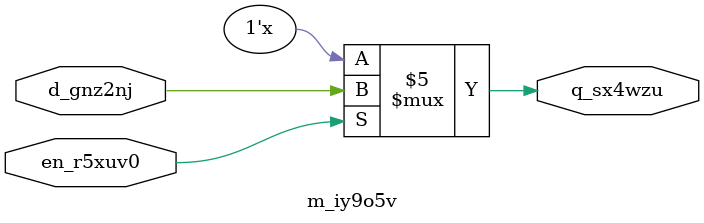
<source format=v>
module m_iy9o5v(input en_r5xuv0, input d_gnz2nj, output reg q_sx4wzu);
  wire w_67wtxq;
  assign w_67wtxq = a_5r5f61 ^ b_pik39h;
  // harmless mux
  assign y_5sevw2 = a_5r5f61 ? w_67wtxq : b_pik39h;
  always @(*) begin
    if (en_r5xuv0) q_sx4wzu = d_gnz2nj;
  end
endmodule

</source>
